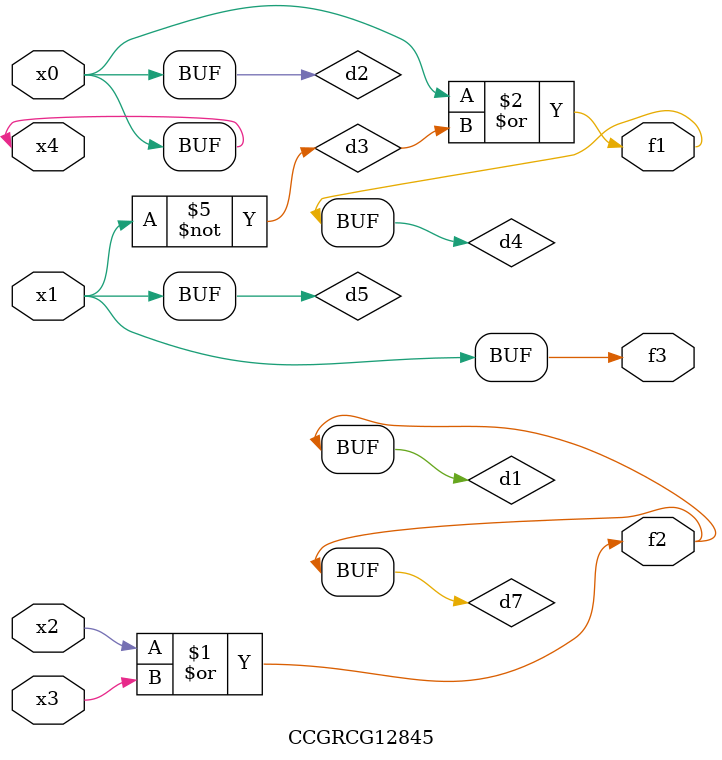
<source format=v>
module CCGRCG12845(
	input x0, x1, x2, x3, x4,
	output f1, f2, f3
);

	wire d1, d2, d3, d4, d5, d6, d7;

	or (d1, x2, x3);
	buf (d2, x0, x4);
	not (d3, x1);
	or (d4, d2, d3);
	not (d5, d3);
	nand (d6, d1, d3);
	or (d7, d1);
	assign f1 = d4;
	assign f2 = d7;
	assign f3 = d5;
endmodule

</source>
